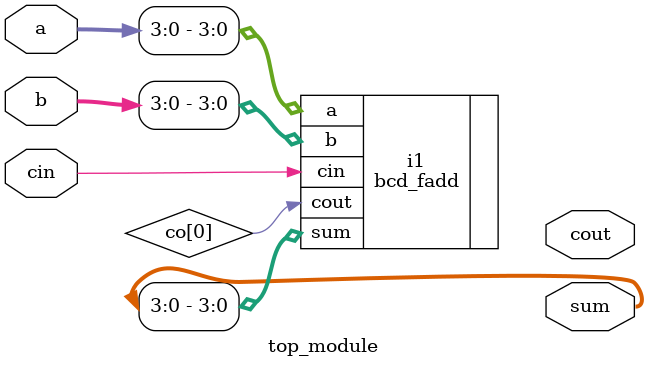
<source format=v>
module top_module ( 
    input [15:0] a, b,
    input cin,
    output cout,
    output [15:0] sum );
	wire co[15:0];
	bcd_fadd i1(.a(a[3:0]),.b(b[3:0]),.cin(cin),.cout(co[0]),.sum(sum[3:0]));

endmodule


</source>
